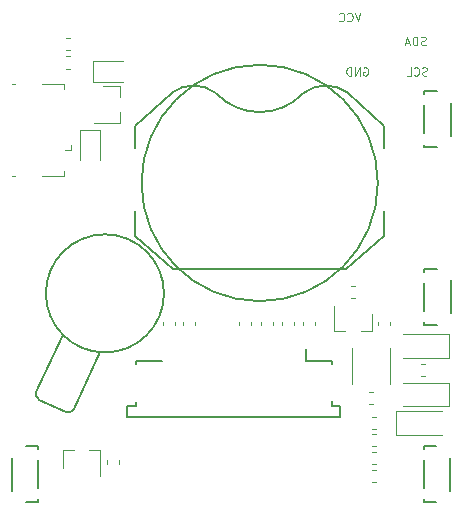
<source format=gbo>
G04 #@! TF.GenerationSoftware,KiCad,Pcbnew,(6.0.0-rc1-dev-332-g00d912f0b)*
G04 #@! TF.CreationDate,2018-09-23T23:35:21+02:00*
G04 #@! TF.ProjectId,xilwatch2,78696C7761746368322E6B696361645F,rev?*
G04 #@! TF.SameCoordinates,Original*
G04 #@! TF.FileFunction,Legend,Bot*
G04 #@! TF.FilePolarity,Positive*
%FSLAX46Y46*%
G04 Gerber Fmt 4.6, Leading zero omitted, Abs format (unit mm)*
G04 Created by KiCad (PCBNEW (6.0.0-rc1-dev-332-g00d912f0b)) date 09/23/18 23:35:21*
%MOMM*%
%LPD*%
G01*
G04 APERTURE LIST*
%ADD10C,0.200000*%
%ADD11C,0.120000*%
%ADD12C,0.150000*%
%ADD13C,0.100000*%
G04 APERTURE END LIST*
D10*
X176404499Y-79100000D02*
G75*
G03X176404499Y-79100000I-10004499J0D01*
G01*
D11*
G04 #@! TO.C,L1*
X174200000Y-93100000D02*
X174200000Y-96100000D01*
X177400000Y-93100000D02*
X177400000Y-96100000D01*
D12*
G04 #@! TO.C,M1*
X149995393Y-98494505D02*
G75*
G03X150659856Y-98252660I211309J453154D01*
G01*
X147487779Y-96773496D02*
G75*
G03X147729624Y-97437959I453154J-211309D01*
G01*
X150659856Y-98252660D02*
X152899733Y-93449229D01*
X147729624Y-97437959D02*
X149995393Y-98494505D01*
X147487779Y-96773496D02*
X149727656Y-91970065D01*
X158300000Y-88450000D02*
G75*
G03X158300000Y-88450000I-5000000J0D01*
G01*
D11*
G04 #@! TO.C,R4*
X176390000Y-91162779D02*
X176390000Y-90837221D01*
X177410000Y-91162779D02*
X177410000Y-90837221D01*
G04 #@! TO.C,R3*
X174462779Y-87790000D02*
X174137221Y-87790000D01*
X174462779Y-88810000D02*
X174137221Y-88810000D01*
G04 #@! TO.C,U1*
X154560000Y-70886046D02*
X154560000Y-71816046D01*
X154560000Y-74046046D02*
X154560000Y-73116046D01*
X154560000Y-74046046D02*
X152400000Y-74046046D01*
X154560000Y-70886046D02*
X153100000Y-70886046D01*
G04 #@! TO.C,Q2*
X149720000Y-101740000D02*
X149720000Y-103200000D01*
X152880000Y-101740000D02*
X152880000Y-103900000D01*
X152880000Y-101740000D02*
X151950000Y-101740000D01*
X149720000Y-101740000D02*
X150650000Y-101740000D01*
G04 #@! TO.C,Q1*
X175880000Y-91660000D02*
X174950000Y-91660000D01*
X172720000Y-91660000D02*
X173650000Y-91660000D01*
X172720000Y-91660000D02*
X172720000Y-89500000D01*
X175880000Y-91660000D02*
X175880000Y-90200000D01*
G04 #@! TO.C,D2*
X151150000Y-74600000D02*
X152850000Y-74600000D01*
X152850000Y-74600000D02*
X152850000Y-77150000D01*
X151150000Y-74600000D02*
X151150000Y-77150000D01*
G04 #@! TO.C,D1*
X152300000Y-70516046D02*
X154850000Y-70516046D01*
X152300000Y-68816046D02*
X154850000Y-68816046D01*
X152300000Y-70516046D02*
X152300000Y-68816046D01*
G04 #@! TO.C,D5*
X177950000Y-100400000D02*
X177950000Y-98400000D01*
X177950000Y-98400000D02*
X181850000Y-98400000D01*
X177950000Y-100400000D02*
X181850000Y-100400000D01*
G04 #@! TO.C,D4*
X182450000Y-96000000D02*
X178550000Y-96000000D01*
X182450000Y-98000000D02*
X178550000Y-98000000D01*
X182450000Y-96000000D02*
X182450000Y-98000000D01*
G04 #@! TO.C,D3*
X182450000Y-91900000D02*
X182450000Y-93900000D01*
X182450000Y-93900000D02*
X178550000Y-93900000D01*
X182450000Y-91900000D02*
X178550000Y-91900000D01*
G04 #@! TO.C,J1*
X149862500Y-78500000D02*
X149862500Y-78050000D01*
X148012500Y-78500000D02*
X149862500Y-78500000D01*
X145462500Y-70700000D02*
X145712500Y-70700000D01*
X145462500Y-78500000D02*
X145712500Y-78500000D01*
X148012500Y-70700000D02*
X149862500Y-70700000D01*
X149862500Y-70700000D02*
X149862500Y-71150000D01*
X150412500Y-76300000D02*
X150412500Y-75850000D01*
X150412500Y-76300000D02*
X149962500Y-76300000D01*
G04 #@! TO.C,C8*
X164690000Y-90837221D02*
X164690000Y-91162779D01*
X165710000Y-90837221D02*
X165710000Y-91162779D01*
G04 #@! TO.C,C10*
X160910000Y-90837221D02*
X160910000Y-91162779D01*
X159890000Y-90837221D02*
X159890000Y-91162779D01*
G04 #@! TO.C,C1*
X150037221Y-69410000D02*
X150362779Y-69410000D01*
X150037221Y-68390000D02*
X150362779Y-68390000D01*
G04 #@! TO.C,C2*
X150362779Y-67810000D02*
X150037221Y-67810000D01*
X150362779Y-66790000D02*
X150037221Y-66790000D01*
G04 #@! TO.C,C3*
X175962779Y-96790000D02*
X175637221Y-96790000D01*
X175962779Y-97810000D02*
X175637221Y-97810000D01*
G04 #@! TO.C,C7*
X180037221Y-95410000D02*
X180362779Y-95410000D01*
X180037221Y-94390000D02*
X180362779Y-94390000D01*
G04 #@! TO.C,C11*
X176262779Y-104410000D02*
X175937221Y-104410000D01*
X176262779Y-103390000D02*
X175937221Y-103390000D01*
G04 #@! TO.C,C12*
X166490000Y-90837221D02*
X166490000Y-91162779D01*
X167510000Y-90837221D02*
X167510000Y-91162779D01*
G04 #@! TO.C,C13*
X176262779Y-102910000D02*
X175937221Y-102910000D01*
X176262779Y-101890000D02*
X175937221Y-101890000D01*
G04 #@! TO.C,C14*
X176262779Y-100390000D02*
X175937221Y-100390000D01*
X176262779Y-101410000D02*
X175937221Y-101410000D01*
G04 #@! TO.C,C15*
X176262779Y-99910000D02*
X175937221Y-99910000D01*
X176262779Y-98890000D02*
X175937221Y-98890000D01*
G04 #@! TO.C,C16*
X168290000Y-90837221D02*
X168290000Y-91162779D01*
X169310000Y-90837221D02*
X169310000Y-91162779D01*
G04 #@! TO.C,C17*
X171110000Y-90837221D02*
X171110000Y-91162779D01*
X170090000Y-90837221D02*
X170090000Y-91162779D01*
G04 #@! TO.C,C18*
X154460000Y-102912779D02*
X154460000Y-102587221D01*
X153440000Y-102912779D02*
X153440000Y-102587221D01*
G04 #@! TO.C,C9*
X159210000Y-90837221D02*
X159210000Y-91162779D01*
X158190000Y-90837221D02*
X158190000Y-91162779D01*
D12*
G04 #@! TO.C,SW4*
X147675000Y-102550000D02*
X147675000Y-104950000D01*
X147675000Y-101400000D02*
X147675000Y-101600000D01*
X147675000Y-106100000D02*
X146625000Y-106100000D01*
X147675000Y-101400000D02*
X146625000Y-101400000D01*
X145425000Y-105150000D02*
X145425000Y-102350000D01*
X147675000Y-105900000D02*
X147675000Y-106100000D01*
G04 #@! TO.C,SW3*
X180325000Y-86600000D02*
X180325000Y-86400000D01*
X182575000Y-87350000D02*
X182575000Y-90150000D01*
X180325000Y-91100000D02*
X181375000Y-91100000D01*
X180325000Y-86400000D02*
X181375000Y-86400000D01*
X180325000Y-91100000D02*
X180325000Y-90900000D01*
X180325000Y-89950000D02*
X180325000Y-87550000D01*
G04 #@! TO.C,SW2*
X180275000Y-104950000D02*
X180275000Y-102550000D01*
X180275000Y-106100000D02*
X180275000Y-105900000D01*
X180275000Y-101400000D02*
X181325000Y-101400000D01*
X180275000Y-106100000D02*
X181325000Y-106100000D01*
X182525000Y-102350000D02*
X182525000Y-105150000D01*
X180275000Y-101600000D02*
X180275000Y-101400000D01*
G04 #@! TO.C,SW1*
X180325000Y-71550000D02*
X180325000Y-71350000D01*
X182575000Y-72300000D02*
X182575000Y-75100000D01*
X180325000Y-76050000D02*
X181375000Y-76050000D01*
X180325000Y-71350000D02*
X181375000Y-71350000D01*
X180325000Y-76050000D02*
X180325000Y-75850000D01*
X180325000Y-74900000D02*
X180325000Y-72500000D01*
G04 #@! TO.C,BT1*
X155850000Y-83550000D02*
X159050000Y-86350000D01*
X176949862Y-83550000D02*
X173750000Y-86350000D01*
X155850000Y-83550000D02*
X155850000Y-81450000D01*
X162767334Y-71558025D02*
G75*
G03X166400000Y-73100000I3632666J3508025D01*
G01*
X155850000Y-74250000D02*
X158950000Y-71450000D01*
X162701305Y-71493872D02*
G75*
G03X158950000Y-71455000I-1901305J-2456128D01*
G01*
X176950000Y-83550000D02*
X176950000Y-81450000D01*
X159050000Y-86350000D02*
X173750000Y-86350000D01*
X170032666Y-71558025D02*
G75*
G02X166400000Y-73100000I-3632666J3508025D01*
G01*
X170098695Y-71493872D02*
G75*
G02X173850000Y-71455000I1901305J-2456128D01*
G01*
X176950000Y-74250000D02*
X173850000Y-71450000D01*
X176950000Y-76150000D02*
X176950000Y-74250000D01*
X155850000Y-76150000D02*
X155850000Y-74250000D01*
G04 #@! TO.C,U6*
X173200000Y-98950000D02*
X155200000Y-98950000D01*
X173200000Y-97950000D02*
X173200000Y-98950000D01*
X172500000Y-97950000D02*
X173200000Y-97950000D01*
X172500000Y-97600000D02*
X172500000Y-97950000D01*
X172500000Y-94150000D02*
X172500000Y-94400000D01*
X170300000Y-94150000D02*
X172500000Y-94150000D01*
X170300000Y-93150000D02*
X170300000Y-94150000D01*
X155900000Y-94150000D02*
X158150000Y-94150000D01*
X155900000Y-94450000D02*
X155900000Y-94150000D01*
X155900000Y-97950000D02*
X155900000Y-97650000D01*
X155200000Y-97950000D02*
X155900000Y-97950000D01*
X155200000Y-98950000D02*
X155200000Y-97950000D01*
G04 #@! TO.C,X1*
D13*
X180450000Y-67383333D02*
X180350000Y-67416666D01*
X180183333Y-67416666D01*
X180116666Y-67383333D01*
X180083333Y-67350000D01*
X180050000Y-67283333D01*
X180050000Y-67216666D01*
X180083333Y-67150000D01*
X180116666Y-67116666D01*
X180183333Y-67083333D01*
X180316666Y-67050000D01*
X180383333Y-67016666D01*
X180416666Y-66983333D01*
X180450000Y-66916666D01*
X180450000Y-66850000D01*
X180416666Y-66783333D01*
X180383333Y-66750000D01*
X180316666Y-66716666D01*
X180150000Y-66716666D01*
X180050000Y-66750000D01*
X179750000Y-67416666D02*
X179750000Y-66716666D01*
X179583333Y-66716666D01*
X179483333Y-66750000D01*
X179416666Y-66816666D01*
X179383333Y-66883333D01*
X179350000Y-67016666D01*
X179350000Y-67116666D01*
X179383333Y-67250000D01*
X179416666Y-67316666D01*
X179483333Y-67383333D01*
X179583333Y-67416666D01*
X179750000Y-67416666D01*
X179083333Y-67216666D02*
X178750000Y-67216666D01*
X179150000Y-67416666D02*
X178916666Y-66716666D01*
X178683333Y-67416666D01*
X180573333Y-69973333D02*
X180473333Y-70006666D01*
X180306666Y-70006666D01*
X180240000Y-69973333D01*
X180206666Y-69940000D01*
X180173333Y-69873333D01*
X180173333Y-69806666D01*
X180206666Y-69740000D01*
X180240000Y-69706666D01*
X180306666Y-69673333D01*
X180440000Y-69640000D01*
X180506666Y-69606666D01*
X180540000Y-69573333D01*
X180573333Y-69506666D01*
X180573333Y-69440000D01*
X180540000Y-69373333D01*
X180506666Y-69340000D01*
X180440000Y-69306666D01*
X180273333Y-69306666D01*
X180173333Y-69340000D01*
X179473333Y-69940000D02*
X179506666Y-69973333D01*
X179606666Y-70006666D01*
X179673333Y-70006666D01*
X179773333Y-69973333D01*
X179840000Y-69906666D01*
X179873333Y-69840000D01*
X179906666Y-69706666D01*
X179906666Y-69606666D01*
X179873333Y-69473333D01*
X179840000Y-69406666D01*
X179773333Y-69340000D01*
X179673333Y-69306666D01*
X179606666Y-69306666D01*
X179506666Y-69340000D01*
X179473333Y-69373333D01*
X178840000Y-70006666D02*
X179173333Y-70006666D01*
X179173333Y-69306666D01*
X175193333Y-69340000D02*
X175260000Y-69306666D01*
X175360000Y-69306666D01*
X175460000Y-69340000D01*
X175526666Y-69406666D01*
X175560000Y-69473333D01*
X175593333Y-69606666D01*
X175593333Y-69706666D01*
X175560000Y-69840000D01*
X175526666Y-69906666D01*
X175460000Y-69973333D01*
X175360000Y-70006666D01*
X175293333Y-70006666D01*
X175193333Y-69973333D01*
X175160000Y-69940000D01*
X175160000Y-69706666D01*
X175293333Y-69706666D01*
X174860000Y-70006666D02*
X174860000Y-69306666D01*
X174460000Y-70006666D01*
X174460000Y-69306666D01*
X174126666Y-70006666D02*
X174126666Y-69306666D01*
X173960000Y-69306666D01*
X173860000Y-69340000D01*
X173793333Y-69406666D01*
X173760000Y-69473333D01*
X173726666Y-69606666D01*
X173726666Y-69706666D01*
X173760000Y-69840000D01*
X173793333Y-69906666D01*
X173860000Y-69973333D01*
X173960000Y-70006666D01*
X174126666Y-70006666D01*
X174933333Y-64716666D02*
X174700000Y-65416666D01*
X174466666Y-64716666D01*
X173833333Y-65350000D02*
X173866666Y-65383333D01*
X173966666Y-65416666D01*
X174033333Y-65416666D01*
X174133333Y-65383333D01*
X174200000Y-65316666D01*
X174233333Y-65250000D01*
X174266666Y-65116666D01*
X174266666Y-65016666D01*
X174233333Y-64883333D01*
X174200000Y-64816666D01*
X174133333Y-64750000D01*
X174033333Y-64716666D01*
X173966666Y-64716666D01*
X173866666Y-64750000D01*
X173833333Y-64783333D01*
X173133333Y-65350000D02*
X173166666Y-65383333D01*
X173266666Y-65416666D01*
X173333333Y-65416666D01*
X173433333Y-65383333D01*
X173500000Y-65316666D01*
X173533333Y-65250000D01*
X173566666Y-65116666D01*
X173566666Y-65016666D01*
X173533333Y-64883333D01*
X173500000Y-64816666D01*
X173433333Y-64750000D01*
X173333333Y-64716666D01*
X173266666Y-64716666D01*
X173166666Y-64750000D01*
X173133333Y-64783333D01*
G04 #@! TD*
M02*

</source>
